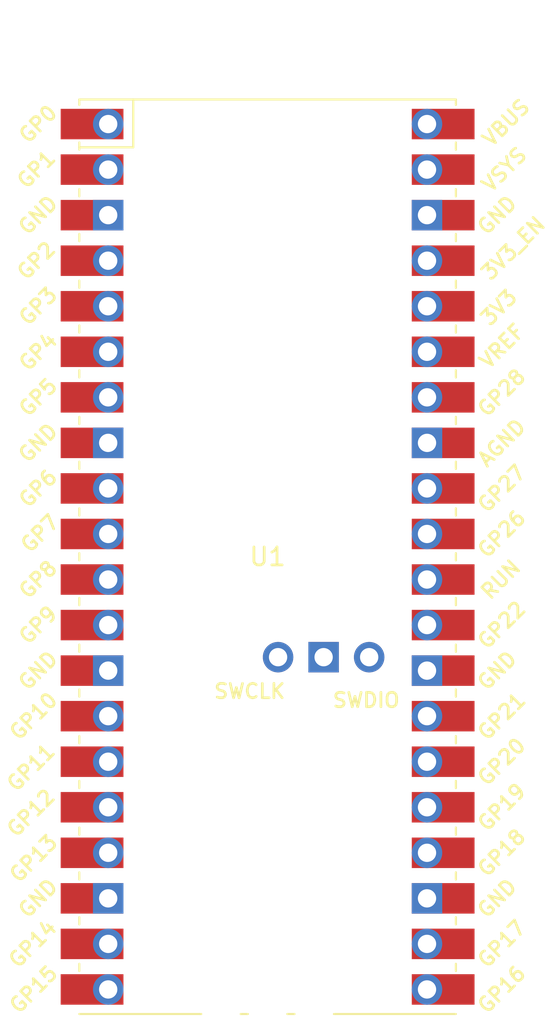
<source format=kicad_pcb>
(kicad_pcb (version 20211014) (generator pcbnew)
  (layers (0 "F.Cu" signal) (31 "B.Cu" signal) (34 "B.Paste" user) (35 "F.Paste" user) (36 "B.SilkS" user "B.Silkscreen") (37 "F.SilkS" user "F.Silkscreen") (38 "B.Mask" user) (39 "F.Mask" user) (44 "Edge.Cuts" user))
  (net 0 "")
  (footprint "RPi_Pico:RPi_PicoW_SMD_TH" (layer "F.Cu") (at 121.92 76.962)
    (fp_text reference "U1" (at 0 0) (layer "F.SilkS"))
    (fp_text value "PicoW")
    (fp_text user "GND" (at -12.8 6.35 45) (layer "F.SilkS") (effects (font (size 0.8 0.8))))
    (fp_text user "GP4" (at -12.8 -11.43 45) (layer "F.SilkS") (effects (font (size 0.8 0.8))))
    (fp_text user "GP16" (at 13.054 24.13 45) (layer "F.SilkS") (effects (font (size 0.8 0.8))))
    (fp_text user "RUN" (at 13 1.27 45) (layer "F.SilkS") (effects (font (size 0.8 0.8))))
    (fp_text user "SWCLK" (at -1 7.5) (layer "F.SilkS") (effects (font (size 0.8 0.8))))
    (fp_text user "GP26" (at 13.054 -1.27 45) (layer "F.SilkS") (effects (font (size 0.8 0.8))))
    (fp_text user "GP0" (at -12.8 -24.13 45) (layer "F.SilkS") (effects (font (size 0.8 0.8))))
    (fp_text user "GND" (at -12.8 -6.35 45) (layer "F.SilkS") (effects (font (size 0.8 0.8))))
    (fp_text user "VBUS" (at 13.3 -24.2 45) (layer "F.SilkS") (effects (font (size 0.8 0.8))))
    (fp_text user "3V3" (at 12.9 -13.9 45) (layer "F.SilkS") (effects (font (size 0.8 0.8))))
    (fp_text user "GND" (at 12.8 -19.05 45) (layer "F.SilkS") (effects (font (size 0.8 0.8))))
    (fp_text user "GP22" (at 13.054 3.81 45) (layer "F.SilkS") (effects (font (size 0.8 0.8))))
    (fp_text user "GP5" (at -12.8 -8.89 45) (layer "F.SilkS") (effects (font (size 0.8 0.8))))
    (fp_text user "3V3_EN" (at 13.7 -17.2 45) (layer "F.SilkS") (effects (font (size 0.8 0.8))))
    (fp_text user "GP2" (at -12.9 -16.51 45) (layer "F.SilkS") (effects (font (size 0.8 0.8))))
    (fp_text user "GP14" (at -13.1 21.59 45) (layer "F.SilkS") (effects (font (size 0.8 0.8))))
    (fp_text user "GP8" (at -12.8 1.27 45) (layer "F.SilkS") (effects (font (size 0.8 0.8))))
    (fp_text user "GND" (at -12.8 -19.05 45) (layer "F.SilkS") (effects (font (size 0.8 0.8))))
    (fp_text user "GND" (at 12.8 6.35 45) (layer "F.SilkS") (effects (font (size 0.8 0.8))))
    (fp_text user "GP18" (at 13.054 16.51 45) (layer "F.SilkS") (effects (font (size 0.8 0.8))))
    (fp_text user "GP20" (at 13.054 11.43 45) (layer "F.SilkS") (effects (font (size 0.8 0.8))))
    (fp_text user "GP10" (at -13.054 8.89 45) (layer "F.SilkS") (effects (font (size 0.8 0.8))))
    (fp_text user "GP19" (at 13.054 13.97 45) (layer "F.SilkS") (effects (font (size 0.8 0.8))))
    (fp_text user "GP11" (at -13.2 11.7525 45) (layer "F.SilkS") (effects (font (size 0.8 0.8))))
    (fp_text user "GP6" (at -12.8 -3.81 45) (layer "F.SilkS") (effects (font (size 0.8 0.8))))
    (fp_text user "VREF" (at 13.0675 -11.7425 45) (layer "F.SilkS") (effects (font (size 0.8 0.8))))
    (fp_text user "SWDIO" (at 5.5 8) (layer "F.SilkS") (effects (font (size 0.8 0.8))))
    (fp_text user "GP7" (at -12.7 -1.3 45) (layer "F.SilkS") (effects (font (size 0.8 0.8))))
    (fp_text user "GP12" (at -13.2 14.2925 45) (layer "F.SilkS") (effects (font (size 0.8 0.8))))
    (fp_text user "GP17" (at 13.054 21.59 45) (layer "F.SilkS") (effects (font (size 0.8 0.8))))
    (fp_text user "GP21" (at 13.054 8.9 45) (layer "F.SilkS") (effects (font (size 0.8 0.8))))
    (fp_text user "GP3" (at -12.8 -13.97 45) (layer "F.SilkS") (effects (font (size 0.8 0.8))))
    (fp_text user "GP15" (at -13.054 24.13 45) (layer "F.SilkS") (effects (font (size 0.8 0.8))))
    (fp_text user "GP9" (at -12.8 3.81 45) (layer "F.SilkS") (effects (font (size 0.8 0.8))))
    (fp_text user "GP13" (at -13.054 16.8325 45) (layer "F.SilkS") (effects (font (size 0.8 0.8))))
    (fp_text user "GP28" (at 13.054 -9.144 45) (layer "F.SilkS") (effects (font (size 0.8 0.8))))
    (fp_text user "GP27" (at 13.054 -3.8 45) (layer "F.SilkS") (effects (font (size 0.8 0.8))))
    (fp_text user "GND" (at 12.8 19.05 45) (layer "F.SilkS") (effects (font (size 0.8 0.8))))
    (fp_text user "GP1" (at -12.9 -21.6 45) (layer "F.SilkS") (effects (font (size 0.8 0.8))))
    (fp_text user "AGND" (at 13.054 -6.35 45) (layer "F.SilkS") (effects (font (size 0.8 0.8))))
    (fp_text user "GND" (at -12.8 19.05 45) (layer "F.SilkS") (effects (font (size 0.8 0.8))))
    (fp_text user "VSYS" (at 13.2 -21.59 45) (layer "F.SilkS") (effects (font (size 0.8 0.8))))
    (fp_line (start -10.5 -5.3) (end -10.5 -4.9) (layer "F.SilkS") (width 0.12))
    (fp_line (start -10.5 -2.7) (end -10.5 -2.3) (layer "F.SilkS") (width 0.12))
    (fp_line (start -10.5 2.3) (end -10.5 2.7) (layer "F.SilkS") (width 0.12))
    (fp_line (start 10.5 20.1) (end 10.5 20.5) (layer "F.SilkS") (width 0.12))
    (fp_line (start -10.5 -0.2) (end -10.5 0.2) (layer "F.SilkS") (width 0.12))
    (fp_line (start 10.5 -23.1) (end 10.5 -22.7) (layer "F.SilkS") (width 0.12))
    (fp_line (start -10.5 -20.5) (end -10.5 -20.1) (layer "F.SilkS") (width 0.12))
    (fp_line (start -10.5 -10.4) (end -10.5 -10) (layer "F.SilkS") (width 0.12))
    (fp_line (start 10.5 12.5) (end 10.5 12.9) (layer "F.SilkS") (width 0.12))
    (fp_line (start 10.5 -7.8) (end 10.5 -7.4) (layer "F.SilkS") (width 0.12))
    (fp_line (start -10.5 10) (end -10.5 10.4) (layer "F.SilkS") (width 0.12))
    (fp_line (start 10.5 4.9) (end 10.5 5.3) (layer "F.SilkS") (width 0.12))
    (fp_line (start -10.5 4.9) (end -10.5 5.3) (layer "F.SilkS") (width 0.12))
    (fp_line (start 10.5 -0.2) (end 10.5 0.2) (layer "F.SilkS") (width 0.12))
    (fp_line (start 10.5 -18) (end 10.5 -17.6) (layer "F.SilkS") (width 0.12))
    (fp_line (start 1.1 25.5) (end 1.5 25.5) (layer "F.SilkS") (width 0.12))
    (fp_line (start -10.5 20.1) (end -10.5 20.5) (layer "F.SilkS") (width 0.12))
    (fp_line (start 10.5 -25.5) (end 10.5 -25.2) (layer "F.SilkS") (width 0.12))
    (fp_line (start -10.5 7.4) (end -10.5 7.8) (layer "F.SilkS") (width 0.12))
    (fp_line (start -10.5 -25.5) (end 10.5 -25.5) (layer "F.SilkS") (width 0.12))
    (fp_line (start 10.5 -5.3) (end 10.5 -4.9) (layer "F.SilkS") (width 0.12))
    (fp_line (start 10.5 2.3) (end 10.5 2.7) (layer "F.SilkS") (width 0.12))
    (fp_line (start -10.5 -18) (end -10.5 -17.6) (layer "F.SilkS") (width 0.12))
    (fp_line (start 10.5 -2.7) (end 10.5 -2.3) (layer "F.SilkS") (width 0.12))
    (fp_line (start -10.5 17.6) (end -10.5 18) (layer "F.SilkS") (width 0.12))
    (fp_line (start 10.5 -10.4) (end 10.5 -10) (layer "F.SilkS") (width 0.12))
    (fp_line (start 10.5 25.5) (end 3.7 25.5) (layer "F.SilkS") (width 0.12))
    (fp_line (start 10.5 17.6) (end 10.5 18) (layer "F.SilkS") (width 0.12))
    (fp_line (start -1.5 25.5) (end -1.1 25.5) (layer "F.SilkS") (width 0.12))
    (fp_line (start -10.5 -22.833) (end -7.493 -22.833) (layer "F.SilkS") (width 0.12))
    (fp_line (start -10.5 22.7) (end -10.5 23.1) (layer "F.SilkS") (width 0.12))
    (fp_line (start 10.5 -20.5) (end 10.5 -20.1) (layer "F.SilkS") (width 0.12))
    (fp_line (start -10.5 -7.8) (end -10.5 -7.4) (layer "F.SilkS") (width 0.12))
    (fp_line (start -3.7 25.5) (end -10.5 25.5) (layer "F.SilkS") (width 0.12))
    (fp_line (start 10.5 15.1) (end 10.5 15.5) (layer "F.SilkS") (width 0.12))
    (fp_line (start -10.5 -25.5) (end -10.5 -25.2) (layer "F.SilkS") (width 0.12))
    (fp_line (start 10.5 -12.9) (end 10.5 -12.5) (layer "F.SilkS") (width 0.12))
    (fp_line (start -7.493 -22.833) (end -7.493 -25.5) (layer "F.SilkS") (width 0.12))
    (fp_line (start -10.5 12.5) (end -10.5 12.9) (layer "F.SilkS") (width 0.12))
    (fp_line (start -10.5 -23.1) (end -10.5 -22.7) (layer "F.SilkS") (width 0.12))
    (fp_line (start -10.5 15.1) (end -10.5 15.5) (layer "F.SilkS") (width 0.12))
    (fp_line (start -10.5 -15.4) (end -10.5 -15) (layer "F.SilkS") (width 0.12))
    (fp_line (start 10.5 22.7) (end 10.5 23.1) (layer "F.SilkS") (width 0.12))
    (fp_line (start -10.5 -12.9) (end -10.5 -12.5) (layer "F.SilkS") (width 0.12))
    (fp_line (start 10.5 7.4) (end 10.5 7.8) (layer "F.SilkS") (width 0.12))
    (fp_line (start 10.5 10) (end 10.5 10.4) (layer "F.SilkS") (width 0.12))
    (fp_line (start 10.5 -15.4) (end 10.5 -15) (layer "F.SilkS") (width 0.12))
    (pad "" np_thru_hole oval (at -2.425 -20.97) (size 1.5 1.5) (drill 1.5) (layers *.Cu *.Mask))
    (pad "" np_thru_hole oval (at 2.425 -20.97) (size 1.5 1.5) (drill 1.5) (layers *.Cu *.Mask))
    (pad "" np_thru_hole oval (at -2.725 -24) (size 1.8 1.8) (drill 1.8) (layers *.Cu *.Mask))
    (pad "" np_thru_hole oval (at 2.725 -24) (size 1.8 1.8) (drill 1.8) (layers *.Cu *.Mask))
    (pad "1" thru_hole oval (at -8.89 -24.13) (size 1.7 1.7) (drill 1.02) (layers *.Cu *.Mask))
    (pad "1" smd rect (at -8.89 -24.13) (size 3.5 1.7) (drill (offset -0.9 0)) (layers "F.Cu" "F.Mask"))
    (pad "2" thru_hole oval (at -8.89 -21.59) (size 1.7 1.7) (drill 1.02) (layers *.Cu *.Mask))
    (pad "2" smd rect (at -8.89 -21.59) (size 3.5 1.7) (drill (offset -0.9 0)) (layers "F.Cu" "F.Mask"))
    (pad "3" thru_hole rect (at -8.89 -19.05) (size 1.7 1.7) (drill 1.02) (layers *.Cu *.Mask))
    (pad "3" smd rect (at -8.89 -19.05) (size 3.5 1.7) (drill (offset -0.9 0)) (layers "F.Cu" "F.Mask"))
    (pad "4" thru_hole oval (at -8.89 -16.51) (size 1.7 1.7) (drill 1.02) (layers *.Cu *.Mask))
    (pad "4" smd rect (at -8.89 -16.51) (size 3.5 1.7) (drill (offset -0.9 0)) (layers "F.Cu" "F.Mask"))
    (pad "5" smd rect (at -8.89 -13.97) (size 3.5 1.7) (drill (offset -0.9 0)) (layers "F.Cu" "F.Mask"))
    (pad "5" thru_hole oval (at -8.89 -13.97) (size 1.7 1.7) (drill 1.02) (layers *.Cu *.Mask))
    (pad "6" smd rect (at -8.89 -11.43) (size 3.5 1.7) (drill (offset -0.9 0)) (layers "F.Cu" "F.Mask"))
    (pad "6" thru_hole oval (at -8.89 -11.43) (size 1.7 1.7) (drill 1.02) (layers *.Cu *.Mask))
    (pad "7" thru_hole oval (at -8.89 -8.89) (size 1.7 1.7) (drill 1.02) (layers *.Cu *.Mask))
    (pad "7" smd rect (at -8.89 -8.89) (size 3.5 1.7) (drill (offset -0.9 0)) (layers "F.Cu" "F.Mask"))
    (pad "8" thru_hole rect (at -8.89 -6.35) (size 1.7 1.7) (drill 1.02) (layers *.Cu *.Mask))
    (pad "8" smd rect (at -8.89 -6.35) (size 3.5 1.7) (drill (offset -0.9 0)) (layers "F.Cu" "F.Mask"))
    (pad "9" thru_hole oval (at -8.89 -3.81) (size 1.7 1.7) (drill 1.02) (layers *.Cu *.Mask))
    (pad "9" smd rect (at -8.89 -3.81) (size 3.5 1.7) (drill (offset -0.9 0)) (layers "F.Cu" "F.Mask"))
    (pad "10" smd rect (at -8.89 -1.27) (size 3.5 1.7) (drill (offset -0.9 0)) (layers "F.Cu" "F.Mask"))
    (pad "10" thru_hole oval (at -8.89 -1.27) (size 1.7 1.7) (drill 1.02) (layers *.Cu *.Mask))
    (pad "11" thru_hole oval (at -8.89 1.27) (size 1.7 1.7) (drill 1.02) (layers *.Cu *.Mask))
    (pad "11" smd rect (at -8.89 1.27) (size 3.5 1.7) (drill (offset -0.9 0)) (layers "F.Cu" "F.Mask"))
    (pad "12" thru_hole oval (at -8.89 3.81) (size 1.7 1.7) (drill 1.02) (layers *.Cu *.Mask))
    (pad "12" smd rect (at -8.89 3.81) (size 3.5 1.7) (drill (offset -0.9 0)) (layers "F.Cu" "F.Mask"))
    (pad "13" thru_hole rect (at -8.89 6.35) (size 1.7 1.7) (drill 1.02) (layers *.Cu *.Mask))
    (pad "13" smd rect (at -8.89 6.35) (size 3.5 1.7) (drill (offset -0.9 0)) (layers "F.Cu" "F.Mask"))
    (pad "14" smd rect (at -8.89 8.89) (size 3.5 1.7) (drill (offset -0.9 0)) (layers "F.Cu" "F.Mask"))
    (pad "14" thru_hole oval (at -8.89 8.89) (size 1.7 1.7) (drill 1.02) (layers *.Cu *.Mask))
    (pad "15" thru_hole oval (at -8.89 11.43) (size 1.7 1.7) (drill 1.02) (layers *.Cu *.Mask))
    (pad "15" smd rect (at -8.89 11.43) (size 3.5 1.7) (drill (offset -0.9 0)) (layers "F.Cu" "F.Mask"))
    (pad "16" smd rect (at -8.89 13.97) (size 3.5 1.7) (drill (offset -0.9 0)) (layers "F.Cu" "F.Mask"))
    (pad "16" thru_hole oval (at -8.89 13.97) (size 1.7 1.7) (drill 1.02) (layers *.Cu *.Mask))
    (pad "17" smd rect (at -8.89 16.51) (size 3.5 1.7) (drill (offset -0.9 0)) (layers "F.Cu" "F.Mask"))
    (pad "17" thru_hole oval (at -8.89 16.51) (size 1.7 1.7) (drill 1.02) (layers *.Cu *.Mask))
    (pad "18" thru_hole rect (at -8.89 19.05) (size 1.7 1.7) (drill 1.02) (layers *.Cu *.Mask))
    (pad "18" smd rect (at -8.89 19.05) (size 3.5 1.7) (drill (offset -0.9 0)) (layers "F.Cu" "F.Mask"))
    (pad "19" smd rect (at -8.89 21.59) (size 3.5 1.7) (drill (offset -0.9 0)) (layers "F.Cu" "F.Mask"))
    (pad "19" thru_hole oval (at -8.89 21.59) (size 1.7 1.7) (drill 1.02) (layers *.Cu *.Mask))
    (pad "20" smd rect (at -8.89 24.13) (size 3.5 1.7) (drill (offset -0.9 0)) (layers "F.Cu" "F.Mask"))
    (pad "20" thru_hole oval (at -8.89 24.13) (size 1.7 1.7) (drill 1.02) (layers *.Cu *.Mask))
    (pad "21" thru_hole oval (at 8.89 24.13) (size 1.7 1.7) (drill 1.02) (layers *.Cu *.Mask))
    (pad "21" smd rect (at 8.89 24.13) (size 3.5 1.7) (drill (offset 0.9 0)) (layers "F.Cu" "F.Mask"))
    (pad "22" smd rect (at 8.89 21.59) (size 3.5 1.7) (drill (offset 0.9 0)) (layers "F.Cu" "F.Mask"))
    (pad "22" thru_hole oval (at 8.89 21.59) (size 1.7 1.7) (drill 1.02) (layers *.Cu *.Mask))
    (pad "23" smd rect (at 8.89 19.05) (size 3.5 1.7) (drill (offset 0.9 0)) (layers "F.Cu" "F.Mask"))
    (pad "23" thru_hole rect (at 8.89 19.05) (size 1.7 1.7) (drill 1.02) (layers *.Cu *.Mask))
    (pad "24" thru_hole oval (at 8.89 16.51) (size 1.7 1.7) (drill 1.02) (layers *.Cu *.Mask))
    (pad "24" smd rect (at 8.89 16.51) (size 3.5 1.7) (drill (offset 0.9 0)) (layers "F.Cu" "F.Mask"))
    (pad "25" smd rect (at 8.89 13.97) (size 3.5 1.7) (drill (offset 0.9 0)) (layers "F.Cu" "F.Mask"))
    (pad "25" thru_hole oval (at 8.89 13.97) (size 1.7 1.7) (drill 1.02) (layers *.Cu *.Mask))
    (pad "26" thru_hole oval (at 8.89 11.43) (size 1.7 1.7) (drill 1.02) (layers *.Cu *.Mask))
    (pad "26" smd rect (at 8.89 11.43) (size 3.5 1.7) (drill (offset 0.9 0)) (layers "F.Cu" "F.Mask"))
    (pad "27" smd rect (at 8.89 8.89) (size 3.5 1.7) (drill (offset 0.9 0)) (layers "F.Cu" "F.Mask"))
    (pad "27" thru_hole oval (at 8.89 8.89) (size 1.7 1.7) (drill 1.02) (layers *.Cu *.Mask))
    (pad "28" smd rect (at 8.89 6.35) (size 3.5 1.7) (drill (offset 0.9 0)) (layers "F.Cu" "F.Mask"))
    (pad "28" thru_hole rect (at 8.89 6.35) (size 1.7 1.7) (drill 1.02) (layers *.Cu *.Mask))
    (pad "29" thru_hole oval (at 8.89 3.81) (size 1.7 1.7) (drill 1.02) (layers *.Cu *.Mask))
    (pad "29" smd rect (at 8.89 3.81) (size 3.5 1.7) (drill (offset 0.9 0)) (layers "F.Cu" "F.Mask"))
    (pad "30" thru_hole oval (at 8.89 1.27) (size 1.7 1.7) (drill 1.02) (layers *.Cu *.Mask))
    (pad "30" smd rect (at 8.89 1.27) (size 3.5 1.7) (drill (offset 0.9 0)) (layers "F.Cu" "F.Mask"))
    (pad "31" thru_hole oval (at 8.89 -1.27) (size 1.7 1.7) (drill 1.02) (layers *.Cu *.Mask))
    (pad "31" smd rect (at 8.89 -1.27) (size 3.5 1.7) (drill (offset 0.9 0)) (layers "F.Cu" "F.Mask"))
    (pad "32" smd rect (at 8.89 -3.81) (size 3.5 1.7) (drill (offset 0.9 0)) (layers "F.Cu" "F.Mask"))
    (pad "32" thru_hole oval (at 8.89 -3.81) (size 1.7 1.7) (drill 1.02) (layers *.Cu *.Mask))
    (pad "33" thru_hole rect (at 8.89 -6.35) (size 1.7 1.7) (drill 1.02) (layers *.Cu *.Mask))
    (pad "33" smd rect (at 8.89 -6.35) (size 3.5 1.7) (drill (offset 0.9 0)) (layers "F.Cu" "F.Mask"))
    (pad "34" thru_hole oval (at 8.89 -8.89) (size 1.7 1.7) (drill 1.02) (layers *.Cu *.Mask))
    (pad "34" smd rect (at 8.89 -8.89) (size 3.5 1.7) (drill (offset 0.9 0)) (layers "F.Cu" "F.Mask"))
    (pad "35" smd rect (at 8.89 -11.43) (size 3.5 1.7) (drill (offset 0.9 0)) (layers "F.Cu" "F.Mask"))
    (pad "35" thru_hole oval (at 8.89 -11.43) (size 1.7 1.7) (drill 1.02) (layers *.Cu *.Mask))
    (pad "36" smd rect (at 8.89 -13.97) (size 3.5 1.7) (drill (offset 0.9 0)) (layers "F.Cu" "F.Mask"))
    (pad "36" thru_hole oval (at 8.89 -13.97) (size 1.7 1.7) (drill 1.02) (layers *.Cu *.Mask))
    (pad "37" smd rect (at 8.89 -16.51) (size 3.5 1.7) (drill (offset 0.9 0)) (layers "F.Cu" "F.Mask"))
    (pad "37" thru_hole oval (at 8.89 -16.51) (size 1.7 1.7) (drill 1.02) (layers *.Cu *.Mask))
    (pad "38" thru_hole rect (at 8.89 -19.05) (size 1.7 1.7) (drill 1.02) (layers *.Cu *.Mask))
    (pad "38" smd rect (at 8.89 -19.05) (size 3.5 1.7) (drill (offset 0.9 0)) (layers "F.Cu" "F.Mask"))
    (pad "39" smd rect (at 8.89 -21.59) (size 3.5 1.7) (drill (offset 0.9 0)) (layers "F.Cu" "F.Mask"))
    (pad "39" thru_hole oval (at 8.89 -21.59) (size 1.7 1.7) (drill 1.02) (layers *.Cu *.Mask))
    (pad "40" thru_hole oval (at 8.89 -24.13) (size 1.7 1.7) (drill 1.02) (layers *.Cu *.Mask))
    (pad "40" smd rect (at 8.89 -24.13) (size 3.5 1.7) (drill (offset 0.9 0)) (layers "F.Cu" "F.Mask"))
    (pad "41" thru_hole oval (at 0.5841 5.6) (size 1.7 1.7) (drill 1.02) (layers *.Cu *.Mask))
    (pad "42" thru_hole rect (at 3.1241 5.6) (size 1.7 1.7) (drill 1.02) (layers *.Cu *.Mask))
    (pad "43" thru_hole oval (at 5.6641 5.6) (size 1.7 1.7) (drill 1.02) (layers *.Cu *.Mask))
  )
)
</source>
